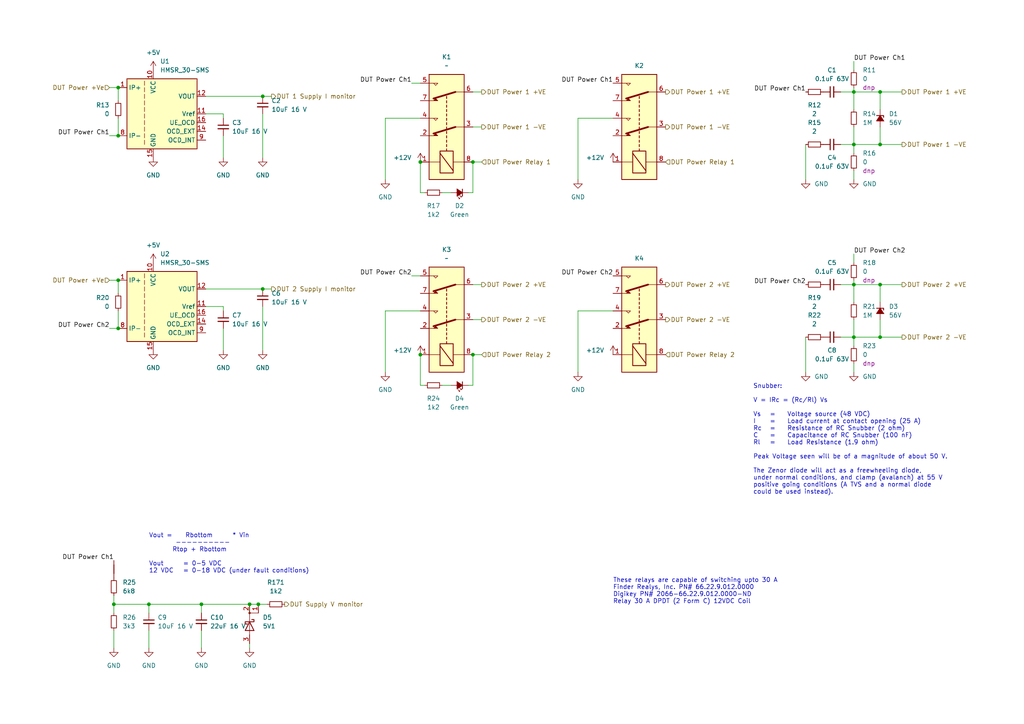
<source format=kicad_sch>
(kicad_sch (version 20211123) (generator eeschema)
  (paper "A4")
  (title_block (title "CIB PCB") (date "2022-05-27") (company "ChargePoint, Inc"))
  (lib_symbols
    (symbol "Device:C_Small" (pin_numbers hide) (pin_names (offset 0.254) hide)
      (property "Reference" "C" (at 0.254 1.778 0))
      (property "Value" "C_Small" (at 0.254 -2.032 0))
      (symbol "C_Small_0_1"
        (polyline (pts (xy -1.524 -0.508) (xy 1.524 -0.508)) (stroke (width 0.3302)))
        (polyline (pts (xy -1.524 0.508) (xy 1.524 0.508)) (stroke (width 0.3048)))
      )
      (symbol "C_Small_1_1"
        (pin passive line (at 0 2.54 270) (length 2.032) (name "~") (number "1"))
        (pin passive line (at 0 -2.54 90) (length 2.032) (name "~") (number "2"))
      )
    )
    (symbol "Device:D_Schottky_KKA" (pin_names (offset 0) hide)
      (property "Reference" "D" (at 0 2.54 0))
      (property "Value" "D_Schottky_KKA" (at 0 -2.54 0))
      (symbol "D_Schottky_KKA_0_1"
        (circle (center -3.81 0) (radius 0.254) (fill (type outline)))
        (polyline (pts (xy -5.08 2.54) (xy -3.81 2.54) (xy -3.81 0) (xy 2.54 0)))
        (polyline (pts (xy 1.27 1.27) (xy 1.27 -1.27) (xy -1.27 0) (xy 1.27 1.27)) (stroke (width 0.254)))
        (polyline (pts (xy -1.905 0.635) (xy -1.905 1.27) (xy -1.27 1.27) (xy -1.27 -1.27) (xy -0.635 -1.27) (xy -0.635 -0.635)) (stroke (width 0.254)))
      )
      (symbol "D_Schottky_KKA_1_1"
        (pin input line (at -6.35 2.54 0) (length 2.54) (name "K") (number "1"))
        (pin passive line (at -6.35 0 0) (length 2.54) (name "K") (number "2"))
        (pin passive line (at 5.08 0 180) (length 2.54) (name "A") (number "3"))
      )
    )
    (symbol "Device:D_Zener_Small_Filled" (pin_numbers hide) (pin_names (offset 0.254) hide)
      (property "Reference" "D" (at 0 2.286 0))
      (property "Value" "D_Zener_Small_Filled" (at 0 -2.286 0))
      (symbol "D_Zener_Small_Filled_0_1"
        (polyline (pts (xy 0.762 0) (xy -0.762 0)))
        (polyline (pts (xy -0.254 1.016) (xy -0.762 1.016) (xy -0.762 -1.016)) (stroke (width 0.254)))
        (polyline (pts (xy 0.762 1.016) (xy -0.762 0) (xy 0.762 -1.016) (xy 0.762 1.016)) (stroke (width 0.254)) (fill (type outline)))
      )
      (symbol "D_Zener_Small_Filled_1_1"
        (pin passive line (at -2.54 0 0) (length 1.778) (name "K") (number "1"))
        (pin passive line (at 2.54 0 180) (length 1.778) (name "A") (number "2"))
      )
    )
    (symbol "Device:LED_Small_Filled" (pin_numbers hide) (pin_names (offset 0.254) hide)
      (property "Reference" "D" (at -1.27 3.175 0))
      (property "Value" "LED_Small_Filled" (at -4.445 -2.54 0))
      (symbol "LED_Small_Filled_0_1"
        (polyline (pts (xy -0.762 -1.016) (xy -0.762 1.016)) (stroke (width 0.254)))
        (polyline (pts (xy 1.016 0) (xy -0.762 0)))
        (polyline (pts (xy 0.762 -1.016) (xy -0.762 0) (xy 0.762 1.016) (xy 0.762 -1.016)) (stroke (width 0.254)) (fill (type outline)))
        (polyline (pts (xy 0 0.762) (xy -0.508 1.27) (xy -0.254 1.27) (xy -0.508 1.27) (xy -0.508 1.016)))
        (polyline (pts (xy 0.508 1.27) (xy 0 1.778) (xy 0.254 1.778) (xy 0 1.778) (xy 0 1.524)))
      )
      (symbol "LED_Small_Filled_1_1"
        (pin passive line (at -2.54 0 0) (length 1.778) (name "K") (number "1"))
        (pin passive line (at 2.54 0 180) (length 1.778) (name "A") (number "2"))
      )
    )
    (symbol "Device:NetTie_2" (pin_numbers hide) (pin_names (offset 0) hide)
      (property "Reference" "NT" (at 0 1.27 0))
      (property "Value" "NetTie_2" (at 0 -1.27 0))
      (symbol "NetTie_2_0_1"
        (polyline (pts (xy -1.27 0) (xy 1.27 0)) (stroke (width 0.254)))
      )
      (symbol "NetTie_2_1_1"
        (pin passive line (at -2.54 0 0) (length 2.54) (name "1") (number "1"))
        (pin passive line (at 2.54 0 180) (length 2.54) (name "2") (number "2"))
      )
    )
    (symbol "Device:R_Small" (pin_numbers hide) (pin_names (offset 0.254) hide)
      (property "Reference" "R" (at 0.762 0.508 0))
      (property "Value" "R_Small" (at 0.762 -1.016 0))
      (symbol "R_Small_0_1"
        (rectangle (start -0.762 1.778) (end 0.762 -1.778) (stroke (width 0.2032)))
      )
      (symbol "R_Small_1_1"
        (pin passive line (at 0 2.54 270) (length 0.762) (name "~") (number "1"))
        (pin passive line (at 0 -2.54 90) (length 0.762) (name "~") (number "2"))
      )
    )
    (symbol "Relay:G2RL-2-DC24"
      (property "Reference" "RL" (at 16.51 3.81 0))
      (property "Value" "G2RL-2-DC24" (at 16.51 1.27 0))
      (symbol "G2RL-2-DC24_0_1"
        (rectangle (start -15.24 5.08) (end 15.24 -5.08) (stroke (width 0.254)) (fill (type background)))
        (rectangle (start -13.335 1.905) (end -6.985 -1.905) (stroke (width 0.254)))
        (polyline (pts (xy -12.7 -1.905) (xy -7.62 1.905)) (stroke (width 0.254)))
        (polyline (pts (xy -10.16 -5.08) (xy -10.16 -1.905)))
        (polyline (pts (xy -10.16 5.08) (xy -10.16 1.905)))
        (polyline (pts (xy -6.985 0) (xy -6.35 0)) (stroke (width 0.254)))
        (polyline (pts (xy -5.715 0) (xy -5.08 0)) (stroke (width 0.254)))
        (polyline (pts (xy -4.445 0) (xy -3.81 0)) (stroke (width 0.254)))
        (polyline (pts (xy -3.175 0) (xy -2.54 0)) (stroke (width 0.254)))
        (polyline (pts (xy -1.905 0) (xy -1.27 0)) (stroke (width 0.254)))
        (polyline (pts (xy -0.635 0) (xy 0 0)) (stroke (width 0.254)))
        (polyline (pts (xy 0 -2.54) (xy -1.905 3.81)) (stroke (width 0.508)))
        (polyline (pts (xy 0 -2.54) (xy 0 -5.08)))
        (polyline (pts (xy 0.635 0) (xy 1.27 0)) (stroke (width 0.254)))
        (polyline (pts (xy 1.905 0) (xy 2.54 0)) (stroke (width 0.254)))
        (polyline (pts (xy 3.175 0) (xy 3.81 0)) (stroke (width 0.254)))
        (polyline (pts (xy 4.445 0) (xy 5.08 0)) (stroke (width 0.254)))
        (polyline (pts (xy 5.715 0) (xy 6.35 0)) (stroke (width 0.254)))
        (polyline (pts (xy 6.985 0) (xy 7.62 0)) (stroke (width 0.254)))
        (polyline (pts (xy 8.255 0) (xy 8.89 0)) (stroke (width 0.254)))
        (polyline (pts (xy 10.16 -2.54) (xy 8.255 3.81)) (stroke (width 0.508)))
        (polyline (pts (xy 10.16 -2.54) (xy 10.16 -5.08)))
        (polyline (pts (xy -2.54 5.08) (xy -2.54 2.54) (xy -1.905 3.175) (xy -2.54 3.81)) (fill (type outline)))
        (polyline (pts (xy 2.54 5.08) (xy 2.54 2.54) (xy 1.905 3.175) (xy 2.54 3.81)))
        (polyline (pts (xy 7.62 5.08) (xy 7.62 2.54) (xy 8.255 3.175) (xy 7.62 3.81)) (fill (type outline)))
        (polyline (pts (xy 12.7 5.08) (xy 12.7 2.54) (xy 12.065 3.175) (xy 12.7 3.81)))
      )
      (symbol "G2RL-2-DC24_1_1"
        (pin passive line (at -10.16 7.62 270) (length 2.54) (name "~") (number "1"))
        (pin passive line (at -2.54 7.62 270) (length 2.54) (name "~") (number "2"))
        (pin passive line (at 0 -7.62 90) (length 2.54) (name "~") (number "3"))
        (pin passive line (at 2.54 7.62 270) (length 2.54) (name "~") (number "4"))
        (pin passive line (at 12.7 7.62 270) (length 2.54) (name "~") (number "5"))
        (pin passive line (at 10.16 -7.62 90) (length 2.54) (name "~") (number "6"))
        (pin passive line (at 7.62 7.62 270) (length 2.54) (name "~") (number "7"))
        (pin passive line (at -10.16 -7.62 90) (length 2.54) (name "~") (number "8"))
      )
    )
    (symbol "_Custom:HMSR_8-SMS"
      (property "Reference" "U" (at -31.75 -29.21 0))
      (property "Manufacturer" "LEM USA Inc" (at -33.02 -54.61 0))
      (symbol "HMSR_8-SMS_0_0"
        (pin input line (at -44.45 -34.29 0) (length 2.54) (name "IP+") (number "1"))
        (pin power_in line (at -19.05 -41.91 180) (length 2.54) (name "Vref") (number "11"))
        (pin input line (at -19.05 -46.99 180) (length 2.54) (name "OCD_EXT") (number "14"))
        (pin input line (at -19.05 -44.45 180) (length 2.54) (name "UE_OCD") (number "16"))
        (pin input line (at -44.45 -48.26 0) (length 2.54) (name "IP-") (number "8"))
        (pin input line (at -19.05 -49.53 180) (length 2.54) (name "OCD_INT") (number "9"))
      )
      (symbol "HMSR_8-SMS_0_1"
        (rectangle (start -41.91 -31.75) (end -21.59 -52.07) (stroke (width 0.254)) (fill (type background)))
        (polyline (pts (xy -36.83 -49.53) (xy -36.83 -50.8)))
        (polyline (pts (xy -36.83 -47.625) (xy -36.83 -48.895)))
        (polyline (pts (xy -36.83 -45.72) (xy -36.83 -46.99)))
        (polyline (pts (xy -36.83 -43.815) (xy -36.83 -45.085)))
        (polyline (pts (xy -36.83 -41.91) (xy -36.83 -43.18)))
        (polyline (pts (xy -36.83 -40.005) (xy -36.83 -41.275)))
        (polyline (pts (xy -36.83 -38.1) (xy -36.83 -39.37)))
        (polyline (pts (xy -36.83 -36.195) (xy -36.83 -37.465)))
        (polyline (pts (xy -36.83 -35.56) (xy -36.83 -34.29)))
        (polyline (pts (xy -36.83 -33.655) (xy -36.83 -32.385)))
      )
      (symbol "HMSR_8-SMS_1_1"
        (pin power_in line (at -34.29 -29.21 270) (length 2.54) (name "VCC") (number "10"))
        (pin output line (at -19.05 -36.83 180) (length 2.54) (name "VOUT") (number "12"))
        (pin power_in line (at -34.29 -54.61 90) (length 2.54) (name "GND") (number "15"))
      )
    )
    (symbol "power:+12V" (power) (pin_names (offset 0))
      (property "Value" "+12V" (at 0 3.556 0))
      (symbol "+12V_0_1"
        (polyline (pts (xy -0.762 1.27) (xy 0 2.54)))
        (polyline (pts (xy 0 0) (xy 0 2.54)))
        (polyline (pts (xy 0 2.54) (xy 0.762 1.27)))
      )
      (symbol "+12V_1_1"
        (pin power_in line (at 0 0 90) (length 0) hide (name "+12V") (number "1"))
      )
    )
    (symbol "power:+5V" (power) (pin_names (offset 0))
      (property "Value" "+5V" (at 0 3.556 0))
      (symbol "+5V_0_1"
        (polyline (pts (xy -0.762 1.27) (xy 0 2.54)))
        (polyline (pts (xy 0 0) (xy 0 2.54)))
        (polyline (pts (xy 0 2.54) (xy 0.762 1.27)))
      )
      (symbol "+5V_1_1"
        (pin power_in line (at 0 0 90) (length 0) hide (name "+5V") (number "1"))
      )
    )
    (symbol "power:GND" (power) (pin_names (offset 0))
      (property "Value" "GND" (at 0 -3.81 0))
      (symbol "GND_0_1"
        (polyline (pts (xy 0 0) (xy 0 -1.27) (xy 1.27 -1.27) (xy 0 -2.54) (xy -1.27 -1.27) (xy 0 -1.27)))
      )
      (symbol "GND_1_1"
        (pin power_in line (at 0 0 270) (length 0) hide (name "GND") (number "1"))
      )
    )
  )
  (junction (at 34.29 81.28))
  (junction (at 33.02 175.26))
  (junction (at 247.65 97.79))
  (junction (at 255.27 26.67))
  (junction (at 58.42 175.26))
  (junction (at 137.16 46.99))
  (junction (at 72.39 175.26))
  (junction (at 76.2 27.94))
  (junction (at 255.27 97.79))
  (junction (at 121.92 46.99))
  (junction (at 43.18 175.26))
  (junction (at 34.29 95.25))
  (junction (at 255.27 41.91))
  (junction (at 247.65 26.67))
  (junction (at 121.92 102.87))
  (junction (at 255.27 82.55))
  (junction (at 34.29 39.37))
  (junction (at 74.93 175.26))
  (junction (at 247.65 41.91))
  (junction (at 34.29 25.4))
  (junction (at 76.2 83.82))
  (junction (at 137.16 102.87))
  (junction (at 247.65 82.55))
  (wire (pts (xy 121.92 34.29) (xy 111.76 34.29)))
  (wire (pts (xy 31.75 95.25) (xy 34.29 95.25)))
  (wire (pts (xy 247.65 97.79) (xy 243.84 97.79)))
  (wire (pts (xy 137.16 36.83) (xy 139.7 36.83)))
  (wire (pts (xy 247.65 25.4) (xy 247.65 26.67)))
  (wire (pts (xy 64.77 88.9) (xy 59.69 88.9)))
  (wire (pts (xy 255.27 41.91) (xy 247.65 41.91)))
  (wire (pts (xy 72.39 175.26) (xy 72.39 177.8)))
  (wire (pts (xy 43.18 175.26) (xy 58.42 175.26)))
  (wire (pts (xy 123.19 111.76) (xy 121.92 111.76)))
  (wire (pts (xy 137.16 26.67) (xy 139.7 26.67)))
  (wire (pts (xy 123.19 55.88) (xy 121.92 55.88)))
  (wire (pts (xy 255.27 92.71) (xy 255.27 97.79)))
  (wire (pts (xy 76.2 83.82) (xy 78.74 83.82)))
  (wire (pts (xy 247.65 92.71) (xy 247.65 97.79)))
  (wire (pts (xy 137.16 82.55) (xy 139.7 82.55)))
  (wire (pts (xy 247.65 26.67) (xy 247.65 31.75)))
  (wire (pts (xy 137.16 92.71) (xy 139.7 92.71)))
  (wire (pts (xy 34.29 90.17) (xy 34.29 95.25)))
  (wire (pts (xy 64.77 90.17) (xy 64.77 88.9)))
  (wire (pts (xy 64.77 33.02) (xy 59.69 33.02)))
  (wire (pts (xy 76.2 33.02) (xy 76.2 45.72)))
  (wire (pts (xy 58.42 177.8) (xy 58.42 175.26)))
  (wire (pts (xy 119.38 80.01) (xy 121.92 80.01)))
  (wire (pts (xy 247.65 41.91) (xy 247.65 44.45)))
  (wire (pts (xy 167.64 34.29) (xy 167.64 52.07)))
  (wire (pts (xy 137.16 102.87) (xy 137.16 111.76)))
  (wire (pts (xy 247.65 73.66) (xy 247.65 76.2)))
  (wire (pts (xy 72.39 186.69) (xy 72.39 187.96)))
  (wire (pts (xy 111.76 34.29) (xy 111.76 52.07)))
  (wire (pts (xy 247.65 17.78) (xy 247.65 20.32)))
  (wire (pts (xy 111.76 90.17) (xy 111.76 107.95)))
  (wire (pts (xy 177.8 34.29) (xy 167.64 34.29)))
  (wire (pts (xy 261.62 97.79) (xy 255.27 97.79)))
  (wire (pts (xy 33.02 172.72) (xy 33.02 175.26)))
  (wire (pts (xy 261.62 82.55) (xy 255.27 82.55)))
  (wire (pts (xy 247.65 26.67) (xy 243.84 26.67)))
  (wire (pts (xy 255.27 36.83) (xy 255.27 41.91)))
  (wire (pts (xy 34.29 34.29) (xy 34.29 39.37)))
  (wire (pts (xy 261.62 41.91) (xy 255.27 41.91)))
  (wire (pts (xy 72.39 175.26) (xy 74.93 175.26)))
  (wire (pts (xy 76.2 27.94) (xy 78.74 27.94)))
  (wire (pts (xy 137.16 111.76) (xy 135.89 111.76)))
  (wire (pts (xy 255.27 82.55) (xy 255.27 87.63)))
  (wire (pts (xy 59.69 83.82) (xy 76.2 83.82)))
  (wire (pts (xy 255.27 97.79) (xy 247.65 97.79)))
  (wire (pts (xy 233.68 97.79) (xy 233.68 107.95)))
  (wire (pts (xy 247.65 36.83) (xy 247.65 41.91)))
  (wire (pts (xy 33.02 175.26) (xy 33.02 177.8)))
  (wire (pts (xy 74.93 175.26) (xy 77.47 175.26)))
  (wire (pts (xy 111.76 90.17) (xy 121.92 90.17)))
  (wire (pts (xy 255.27 82.55) (xy 247.65 82.55)))
  (wire (pts (xy 247.65 52.07) (xy 247.65 49.53)))
  (wire (pts (xy 247.65 97.79) (xy 247.65 100.33)))
  (wire (pts (xy 233.68 41.91) (xy 233.68 52.07)))
  (wire (pts (xy 137.16 46.99) (xy 137.16 55.88)))
  (wire (pts (xy 255.27 26.67) (xy 255.27 31.75)))
  (wire (pts (xy 167.64 90.17) (xy 177.8 90.17)))
  (wire (pts (xy 261.62 26.67) (xy 255.27 26.67)))
  (wire (pts (xy 128.27 111.76) (xy 130.81 111.76)))
  (wire (pts (xy 43.18 177.8) (xy 43.18 175.26)))
  (wire (pts (xy 33.02 175.26) (xy 43.18 175.26)))
  (wire (pts (xy 247.65 107.95) (xy 247.65 105.41)))
  (wire (pts (xy 137.16 55.88) (xy 135.89 55.88)))
  (wire (pts (xy 34.29 81.28) (xy 34.29 85.09)))
  (wire (pts (xy 58.42 175.26) (xy 72.39 175.26)))
  (wire (pts (xy 247.65 82.55) (xy 243.84 82.55)))
  (wire (pts (xy 255.27 26.67) (xy 247.65 26.67)))
  (wire (pts (xy 137.16 102.87) (xy 139.7 102.87)))
  (wire (pts (xy 31.75 81.28) (xy 34.29 81.28)))
  (wire (pts (xy 137.16 46.99) (xy 139.7 46.99)))
  (wire (pts (xy 43.18 182.88) (xy 43.18 187.96)))
  (wire (pts (xy 64.77 34.29) (xy 64.77 33.02)))
  (wire (pts (xy 34.29 25.4) (xy 34.29 29.21)))
  (wire (pts (xy 33.02 182.88) (xy 33.02 187.96)))
  (wire (pts (xy 31.75 25.4) (xy 34.29 25.4)))
  (wire (pts (xy 31.75 39.37) (xy 34.29 39.37)))
  (wire (pts (xy 58.42 182.88) (xy 58.42 187.96)))
  (wire (pts (xy 121.92 111.76) (xy 121.92 102.87)))
  (wire (pts (xy 119.38 24.13) (xy 121.92 24.13)))
  (wire (pts (xy 121.92 55.88) (xy 121.92 46.99)))
  (wire (pts (xy 59.69 27.94) (xy 76.2 27.94)))
  (wire (pts (xy 247.65 41.91) (xy 243.84 41.91)))
  (wire (pts (xy 167.64 90.17) (xy 167.64 107.95)))
  (wire (pts (xy 128.27 55.88) (xy 130.81 55.88)))
  (wire (pts (xy 64.77 95.25) (xy 64.77 101.6)))
  (wire (pts (xy 247.65 81.28) (xy 247.65 82.55)))
  (wire (pts (xy 76.2 88.9) (xy 76.2 101.6)))
  (wire (pts (xy 64.77 39.37) (xy 64.77 45.72)))
  (wire (pts (xy 247.65 82.55) (xy 247.65 87.63)))
  (text "Vout =    Rbottom      * Vin\n	   ----------\n       Rtop + Rbottom\n\nVout	= 0-5 VDC\n12 VDC	= 0-18 VDC (under fault conditions)" (at 43.18 166.37 0) (effects (font (size 1.27 1.27)) (justify left bottom)))
  (text "These relays are capable of switching upto 30 A\nFinder Realys, Inc. PN# 66.22.9.012.0000\nDigikey PN# 2066-66.22.9.012.0000-ND\nRelay 30 A DPDT (2 Form C) 12VDC Coil" (at 177.8 175.26 0) (effects (font (size 1.27 1.27)) (justify left bottom)))
  (text "Snubber:\n\nV = IRc = (Rc/Rl) Vs\n\nVs	=	Voltage source (48 VDC)\nI	=	Load current at contact opening (25 A)\nRc	=	Resistance of RC Snubber (2 ohm)\nC	=	Capacitance of RC Snubber (100 nF)\nRl	=	Load Resistance (1.9 ohm)\n\nPeak Voltage seen will be of a magnitude of about 50 V.\n\nThe Zenor diode will act as a freewheeling diode, \nunder normal conditions, and clamp (avalanch) at 55 V\npositive going conditions (A TVS and a normal diode\ncould be used instead)." (at 218.44 143.51 0) (effects (font (size 1.27 1.27)) (justify left bottom)))
  (label "DUT Power Ch1" (at 119.38 24.13 180))
  (label "DUT Power Ch2" (at 247.65 73.66 0))
  (label "DUT Power Ch2" (at 177.8 80.01 180))
  (label "DUT Power Ch1" (at 31.75 39.37 180))
  (label "DUT Power Ch2" (at 119.38 80.01 180))
  (label "DUT Power Ch1" (at 177.8 24.13 180))
  (label "DUT Power Ch2" (at 233.68 82.55 180))
  (label "DUT Power Ch1" (at 33.02 162.56 180))
  (label "DUT Power Ch2" (at 31.75 95.25 180))
  (label "DUT Power Ch1" (at 233.68 26.67 180))
  (label "DUT Power Ch1" (at 247.65 17.78 0))
  (hierarchical_label "DUT Power 2 -VE" (shape output) (at 193.04 92.71 0))
  (hierarchical_label "DUT Supply V monitor" (shape output) (at 82.55 175.26 0))
  (hierarchical_label "DUT Power Relay 2" (shape input) (at 139.7 102.87 0))
  (hierarchical_label "DUT Power 2 -VE" (shape output) (at 139.7 92.71 0))
  (hierarchical_label "DUT Power +Ve" (shape input) (at 31.75 81.28 180))
  (hierarchical_label "DUT Power 2 -VE" (shape output) (at 261.62 97.79 0))
  (hierarchical_label "DUT Power 1 -VE" (shape output) (at 193.04 36.83 0))
  (hierarchical_label "DUT Power Relay 1" (shape input) (at 139.7 46.99 0))
  (hierarchical_label "DUT Power 2 +VE" (shape output) (at 261.62 82.55 0))
  (hierarchical_label "DUT Power 2 +VE" (shape output) (at 139.7 82.55 0))
  (hierarchical_label "DUT Power +Ve" (shape input) (at 31.75 25.4 180))
  (hierarchical_label "DUT 2 Supply I monitor" (shape output) (at 78.74 83.82 0))
  (hierarchical_label "DUT Power 2 +VE" (shape output) (at 193.04 82.55 0))
  (hierarchical_label "DUT Power 1 -VE" (shape output) (at 139.7 36.83 0))
  (hierarchical_label "DUT Power 1 +VE" (shape output) (at 193.04 26.67 0))
  (hierarchical_label "DUT Power 1 -VE" (shape output) (at 261.62 41.91 0))
  (hierarchical_label "DUT Power Relay 1" (shape input) (at 193.04 46.99 0))
  (hierarchical_label "DUT Power 1 +VE" (shape output) (at 261.62 26.67 0))
  (hierarchical_label "DUT 1 Supply I monitor" (shape output) (at 78.74 27.94 0))
  (hierarchical_label "DUT Power Relay 2" (shape input) (at 193.04 102.87 0))
  (hierarchical_label "DUT Power 1 +VE" (shape output) (at 139.7 26.67 0))
  (symbol (lib_id "Device:R_Small") (at 247.65 102.87 0) (unit 1)
    (property "Reference" "R23" (at 250.19 100.3299 0) (effects (justify left)))
    (property "Value" "0" (at 250.19 102.8699 0) (effects (justify left)))
    (property "Footprint" "Resistor_SMD:R_2010_5025Metric_Pad1.40x2.65mm_HandSolder" (effects hide))
    (property "Datasheet" "https://www.yageo.com/upload/media/product/productsearch/datasheet/rchip/PYu-RC_Group_51_RoHS_L_11.pdf" (effects hide))
    (property "Description" "0 Ohms Jumper 0.5W, 1/2W Chip Resistor 1206 (3216 Metric) Moisture Resistant Thick Film" (effects hide))
    (property "Manufacturer" "Yago" (effects hide))
    (property "Manufacturer #" "RC1206JR-7W0RL" (effects hide))
    (property "DigiKey #" "13-RC1206JR-7W0RLCT-ND" (effects hide))
    (property "DigiKey Price/Stock" "https://www.digikey.co.uk/en/products/detail/yageo/RC1206JR-7W0RL/12698846" (effects hide))
    (property "dnp" "dnp" (at 250.19 105.4099 0) (effects (justify left)))
  )
  (symbol (lib_id "power:GND") (at 72.39 187.96 0) (unit 1)
    (property "Reference" "#PWR065" (effects hide))
    (property "Value" "GND" (at 72.39 193.04 0))
  )
  (symbol (lib_id "Device:R_Small") (at 247.65 34.29 180) (unit 1)
    (property "Reference" "R14" (at 250.19 33.0199 0) (effects (justify right)))
    (property "Value" "1M" (at 250.19 35.5599 0) (effects (justify right)))
    (property "Footprint" "Resistor_SMD:R_2010_5025Metric_Pad1.40x2.65mm_HandSolder" (effects hide))
    (property "Datasheet" "https://4donline.ihs.com/images/VipMasterIC/IC/TYEL/TYEL-S-A0005460475/TYEL-S-A0005460475-1.pdf?hkey=52A5661711E402568146F3353EA87419" (effects hide))
    (property "Manufacturer" "TE Connectivity" (effects hide))
    (property "Manufacturer #" "CRGP2010F1M0" (effects hide))
    (property "Farnell #" "2861314" (effects hide))
  )
  (symbol (lib_id "Device:C_Small") (at 64.77 36.83 0) (unit 1)
    (property "Reference" "C3" (at 67.31 35.5662 0) (effects (justify left)))
    (property "Value" "10uF 16 V" (at 67.31 38.1062 0) (effects (justify left)))
    (property "Footprint" "Capacitor_SMD:C_1206_3216Metric_Pad1.33x1.80mm_HandSolder" (effects hide))
    (property "Datasheet" "https://media.digikey.com/pdf/Data%20Sheets/Samsung%20PDFs/CL31B106KOHNNNE_Spec.pdf" (effects hide))
    (property "Manufacturer #" "CL31A106KOHNNNE" (effects hide))
    (property "DigiKey #" "1276-1137-1-ND" (effects hide))
    (property "Manufacturer" "Samsung Electro-Mechanics" (effects hide))
    (property "Description" "10 µF ±10% 16V Ceramic Capacitor X5R 1206 (3216 Metric)" (effects hide))
    (property "DigiKey Price/Stock" "https://www.digikey.co.uk/en/products/detail/samsung-electro-mechanics/CL31A106KOHNNNE/3886795?s=N4IgTCBcDaIIxgOwDYC0c4GZHtQOQBEQBdAXyA" (effects hide))
    (property "Height" "2" (effects hide))
  )
  (symbol (lib_id "Device:R_Small") (at 33.02 170.18 0) (unit 1)
    (property "Reference" "R25" (at 35.56 168.9099 0) (effects (justify left)))
    (property "Value" "6k8" (at 35.56 171.4499 0) (effects (justify left)))
    (property "Footprint" "Resistor_SMD:R_1206_3216Metric_Pad1.30x1.75mm_HandSolder" (effects hide))
    (property "Datasheet" "https://industrial.panasonic.com/ww/products/pt/general-purpose-chip-resistors/models/ERJ6GEYJ681V" (effects hide))
    (property "Manufacturer" "Panasonic Electronics Company" (effects hide))
    (property "Manufacturer #" "ERJ-6GEYJ822V" (effects hide))
    (property "DigiKey #" "P8.2KACT-ND" (effects hide))
    (property "Farnell #" "2797374" (effects hide))
  )
  (symbol (lib_id "Device:LED_Small_Filled") (at 133.35 55.88 180) (unit 1)
    (property "Reference" "D2" (at 133.2865 59.69 0))
    (property "Value" "Green" (at 133.2865 62.23 0))
    (property "Footprint" "Diode_SMD:D_1206_3216Metric_Pad1.42x1.75mm_HandSolder" (effects hide))
    (property "Datasheet" "https://www.we-online.com/katalog/datasheet/150080VS75000.pdf" (effects hide))
    (property "DigiKey #" "732-4993-1-ND" (effects hide))
    (property "Manufacturer #" "150120VS75000" (effects hide))
    (property "Manufacturer" "Würth Elektronik" (effects hide))
    (property "RS #" "8154237P" (effects hide))
    (property "Description" "Green 570nm LED Indication - Discrete 2V 1206 (3216 Metric)" (effects hide))
    (property "DigiKey Price/Stock" "https://www.digikey.co.uk/en/products/detail/w%C3%BCrth-elektronik/150120VS75000/4489945?s=N4IgTCBcDaIOwGYwFoAsBOdDkEZkDkAREAXQF8g" (effects hide))
    (property "Height" "2" (effects hide))
  )
  (symbol (lib_id "power:GND") (at 247.65 107.95 0) (unit 1)
    (property "Reference" "#PWR061" (effects hide))
    (property "Value" "GND" (at 250.19 109.2199 0) (effects (justify left)))
  )
  (symbol (lib_id "power:+12V") (at 177.8 102.87 0) (unit 1)
    (property "Reference" "#PWR057" (effects hide))
    (property "Value" "+12V" (at 175.26 101.5999 0) (effects (justify right)))
  )
  (symbol (lib_id "_Custom:HMSR_8-SMS") (at 78.74 46.99 0) (unit 1)
    (property "Reference" "U2" (at 46.4694 73.66 0) (effects (justify left)))
    (property "Value" "HMSR_30-SMS" (at 46.4694 76.2 0) (effects (justify left)))
    (property "Footprint" "Component Search Engine:HMSR6SMS" (effects hide))
    (property "Datasheet" "https://www.lem.com/sites/default/files/products_datasheets/hmsr-series.pdf" (effects hide))
    (property "Manufacturer" "LEM USA Inc" (effects hide))
  )
  (symbol (lib_id "Device:R_Small") (at 247.65 90.17 180) (unit 1)
    (property "Reference" "R21" (at 250.19 88.8999 0) (effects (justify right)))
    (property "Value" "1M" (at 250.19 91.4399 0) (effects (justify right)))
    (property "Footprint" "Resistor_SMD:R_2010_5025Metric_Pad1.40x2.65mm_HandSolder" (effects hide))
    (property "Datasheet" "https://4donline.ihs.com/images/VipMasterIC/IC/TYEL/TYEL-S-A0005460475/TYEL-S-A0005460475-1.pdf?hkey=52A5661711E402568146F3353EA87419" (effects hide))
    (property "Manufacturer" "TE Connectivity" (effects hide))
    (property "Manufacturer #" "CRGP2010F1M0" (effects hide))
    (property "Farnell #" "2861314" (effects hide))
  )
  (symbol (lib_id "power:GND") (at 111.76 107.95 0) (unit 1)
    (property "Reference" "#PWR058" (effects hide))
    (property "Value" "GND" (at 111.76 113.03 0))
  )
  (symbol (lib_id "Device:C_Small") (at 241.3 41.91 90) (unit 1)
    (property "Reference" "C4" (at 241.3063 45.72 90))
    (property "Value" "0.1uF 63V" (at 241.3063 48.26 90))
    (property "Footprint" "Capacitor_SMD:C_1206_3216Metric_Pad1.33x1.80mm_HandSolder" (effects hide))
    (property "Datasheet" "https://media.digikey.com/pdf/Data%20Sheets/Samsung%20PDFs/CL31B106KOHNNNE_Spec.pdf" (effects hide))
    (property "Manufacturer #" "C1206C104MMREC7210" (effects hide))
    (property "DigiKey #" "399-C1206C104MMREC7210CT-ND" (effects hide))
    (property "Manufacturer" "Kemet" (effects hide))
    (property "Description" "0.1 µF ±20% 63V Ceramic Capacitor X7R 1206 (3216 Metric)" (effects hide))
    (property "DigiKey Price/Stock" "https://www.digikey.co.uk/en/products/detail/kemet/C1206C104MMREC7210/8645769" (effects hide))
    (property "Height" "2" (effects hide))
  )
  (symbol (lib_id "_Custom:HMSR_8-SMS") (at 78.74 -8.89 0) (unit 1)
    (property "Reference" "U1" (at 46.4694 17.78 0) (effects (justify left)))
    (property "Value" "HMSR_30-SMS" (at 46.4694 20.32 0) (effects (justify left)))
    (property "Footprint" "Component Search Engine:HMSR6SMS" (effects hide))
    (property "Datasheet" "https://www.lem.com/sites/default/files/products_datasheets/hmsr-series.pdf" (effects hide))
    (property "Manufacturer" "LEM USA Inc" (effects hide))
  )
  (symbol (lib_id "Device:C_Small") (at 76.2 86.36 0) (unit 1)
    (property "Reference" "C6" (at 78.74 85.0962 0) (effects (justify left)))
    (property "Value" "10uF 16 V" (at 78.74 87.6362 0) (effects (justify left)))
    (property "Footprint" "Capacitor_SMD:C_1206_3216Metric_Pad1.33x1.80mm_HandSolder" (effects hide))
    (property "Datasheet" "https://media.digikey.com/pdf/Data%20Sheets/Samsung%20PDFs/CL31B106KOHNNNE_Spec.pdf" (effects hide))
    (property "Manufacturer #" "CL31A106KOHNNNE" (effects hide))
    (property "DigiKey #" "1276-1137-1-ND" (effects hide))
    (property "Manufacturer" "Samsung Electro-Mechanics" (effects hide))
    (property "Description" "10 µF ±10% 16V Ceramic Capacitor X5R 1206 (3216 Metric)" (effects hide))
    (property "DigiKey Price/Stock" "https://www.digikey.co.uk/en/products/detail/samsung-electro-mechanics/CL31A106KOHNNNE/3886795?s=N4IgTCBcDaIIxgOwDYC0c4GZHtQOQBEQBdAXyA" (effects hide))
    (property "Height" "2" (effects hide))
  )
  (symbol (lib_id "power:GND") (at 233.68 107.95 0) (unit 1)
    (property "Reference" "#PWR060" (effects hide))
    (property "Value" "GND" (at 236.22 109.2199 0) (effects (justify left)))
  )
  (symbol (lib_id "power:GND") (at 44.45 45.72 0) (unit 1)
    (property "Reference" "#PWR043" (effects hide))
    (property "Value" "GND" (at 44.45 50.8 0))
  )
  (symbol (lib_id "power:GND") (at 76.2 45.72 0) (unit 1)
    (property "Reference" "#PWR045" (effects hide))
    (property "Value" "GND" (at 76.2 50.8 0))
  )
  (symbol (lib_id "power:GND") (at 44.45 101.6 0) (unit 1)
    (property "Reference" "#PWR053" (effects hide))
    (property "Value" "GND" (at 44.45 106.68 0))
  )
  (symbol (lib_id "Device:R_Small") (at 125.73 111.76 90) (unit 1)
    (property "Reference" "R24" (at 125.73 115.57 90))
    (property "Value" "1k2" (at 125.73 118.11 90))
    (property "Footprint" "Resistor_SMD:R_1206_3216Metric_Pad1.30x1.75mm_HandSolder" (effects hide))
    (property "Datasheet" "https://industrial.panasonic.com/ww/products/pt/general-purpose-chip-resistors/models/ERJ6GEYJ681V" (effects hide))
    (property "Manufacturer" "Panasonic Electronics Company" (effects hide))
  )
  (symbol (lib_id "power:GND") (at 64.77 101.6 0) (unit 1)
    (property "Reference" "#PWR054" (effects hide))
    (property "Value" "GND" (at 64.77 106.68 0))
  )
  (symbol (lib_id "power:GND") (at 233.68 52.07 0) (unit 1)
    (property "Reference" "#PWR050" (effects hide))
    (property "Value" "GND" (at 236.22 53.3399 0) (effects (justify left)))
  )
  (symbol (lib_id "power:GND") (at 167.64 52.07 0) (unit 1)
    (property "Reference" "#PWR049" (effects hide))
    (property "Value" "GND" (at 167.64 57.15 0))
  )
  (symbol (lib_id "power:GND") (at 167.64 107.95 0) (unit 1)
    (property "Reference" "#PWR059" (effects hide))
    (property "Value" "GND" (at 167.64 113.03 0))
  )
  (symbol (lib_id "Device:C_Small") (at 241.3 82.55 90) (unit 1)
    (property "Reference" "C5" (at 241.3063 76.2 90))
    (property "Value" "0.1uF 63V" (at 241.3063 78.74 90))
    (property "Footprint" "Capacitor_SMD:C_1206_3216Metric_Pad1.33x1.80mm_HandSolder" (effects hide))
    (property "Datasheet" "https://media.digikey.com/pdf/Data%20Sheets/Samsung%20PDFs/CL31B106KOHNNNE_Spec.pdf" (effects hide))
    (property "Manufacturer #" "C1206C104MMREC7210" (effects hide))
    (property "DigiKey #" "399-C1206C104MMREC7210CT-ND" (effects hide))
    (property "Manufacturer" "Kemet" (effects hide))
    (property "Description" "0.1 µF ±20% 63V Ceramic Capacitor X7R 1206 (3216 Metric)" (effects hide))
    (property "DigiKey Price/Stock" "https://www.digikey.co.uk/en/products/detail/kemet/C1206C104MMREC7210/8645769" (effects hide))
    (property "Height" "2" (effects hide))
  )
  (symbol (lib_id "Device:D_Zener_Small_Filled") (at 255.27 90.17 270) (unit 1)
    (property "Reference" "D3" (at 257.81 88.8999 90) (effects (justify left)))
    (property "Value" "56V" (at 257.81 91.4399 90) (effects (justify left)))
    (property "Footprint" "Diode_SMD:D_SMB_Handsoldering" (effects hide))
    (property "Datasheet" "https://www.comchiptech.com/admin/files/product/CZRB5338B-HF%20Thru111480.%20CZRB5388B-HF%20RevA.pdf" (effects hide))
    (property "Description" "Zener Diode 56 V 5 W ±5% Surface Mount DO-214AA (SMB)" (effects hide))
    (property "Manufacturer" "Comchip Technology" (effects hide))
    (property "Manufacturer #" "CZRB5370B-HF" (effects hide))
    (property "DigiKey #" "641-1818-1-ND" (effects hide))
    (property "DigiKey Price/Stock" "https://www.digikey.co.uk/en/products/detail/comchip-technology/CZRB5370B-HF/6138929?s=N4IgjCBcpgbFoDGUBmBDANgZwKYBoQB7KAbRAGYAWABjGoCYQBdAgBwBcoQBldgJwCWAOwDmIAL4EAnPWoIQySOmz4ipEAFZYAAgBqzNp0ggAqkIHsA8igCyONFgCufHBIJgpADinzFy3ATEkGRyTJIgALSM0ApQ-I6qQWQazOLh0WQAXjhChHypQA" (effects hide))
    (property "Height" "3" (effects hide))
  )
  (symbol (lib_id "Device:R_Small") (at 80.01 175.26 90) (unit 1)
    (property "Reference" "R171" (at 80.01 168.91 90))
    (property "Value" "1k2" (at 80.01 171.45 90))
    (property "Footprint" "Resistor_SMD:R_1206_3216Metric_Pad1.30x1.75mm_HandSolder" (effects hide))
    (property "Datasheet" "https://industrial.panasonic.com/ww/products/pt/general-purpose-chip-resistors/models/ERJ6GEYJ681V" (effects hide))
    (property "Manufacturer" "Panasonic Electronics Company" (effects hide))
    (property "Manufacturer #" "ERJ-6GEYJ202V" (effects hide))
    (property "DigiKey #" "P2.0KACT-ND" (effects hide))
    (property "Farnell #" "2057707" (effects hide))
  )
  (symbol (lib_id "Device:D_Schottky_KKA") (at 72.39 181.61 270) (unit 1)
    (property "Reference" "D5" (at 76.2 179.0699 90) (effects (justify left)))
    (property "Value" "5V1" (at 76.2 181.6099 90) (effects (justify left)))
    (property "Footprint" "Package_TO_SOT_SMD:SOT-23_Handsoldering" (effects hide))
    (property "Datasheet" "https://www.onsemi.com/pdf/datasheet/bzx84c2v4lt1-d.pdf" (effects hide))
    (property "Description" "Zener Diode 5.1 V 225 mW ±6% Surface Mount SOT-23-3 (TO-236)" (effects hide))
    (property "Manufacturer" "Onsemi" (effects hide))
    (property "Manufacturer #" "BZX84C5V1LT3G" (effects hide))
    (property "DigiKey #" "BZX84C5V1LT3GOSCT-ND" (effects hide))
    (property "DigiKey Price/Stock" "https://www.digikey.co.uk/en/products/detail/onsemi/BZX84C5V1LT3G/1476354?s=N4IgTCBcDaIEIC0AaAOALAYQKwDUCMAMgCoDMA4gPIDKGRAtAHIAiIAugL5A" (effects hide))
    (property "Height" "2" (effects hide))
  )
  (symbol (lib_id "Device:R_Small") (at 247.65 78.74 0) (unit 1)
    (property "Reference" "R18" (at 250.19 76.1999 0) (effects (justify left)))
    (property "Value" "0" (at 250.19 78.7399 0) (effects (justify left)))
    (property "Footprint" "Resistor_SMD:R_2010_5025Metric_Pad1.40x2.65mm_HandSolder" (effects hide))
    (property "Datasheet" "https://www.yageo.com/upload/media/product/productsearch/datasheet/rchip/PYu-RC_Group_51_RoHS_L_11.pdf" (effects hide))
    (property "Description" "0 Ohms Jumper 0.5W, 1/2W Chip Resistor 1206 (3216 Metric) Moisture Resistant Thick Film" (effects hide))
    (property "Manufacturer" "Yago" (effects hide))
    (property "Manufacturer #" "RC1206JR-7W0RL" (effects hide))
    (property "dnp" "dnp" (at 250.19 81.2799 0) (effects (justify left)))
    (property "DigiKey #" "13-RC1206JR-7W0RLCT-ND" (effects hide))
    (property "DigiKey Price/Stock" "https://www.digikey.co.uk/en/products/detail/yageo/RC1206JR-7W0RL/12698846" (effects hide))
  )
  (symbol (lib_id "Relay:G2RL-2-DC24") (at 185.42 92.71 90) (unit 1)
    (property "Reference" "K4" (at 185.42 74.93 90))
    (property "Value" "PC357" (effects hide))
    (property "Footprint" "_Connectors:PC375" (effects hide))
    (property "Datasheet" "https://pickercomponents.com/pdf/Relays/PC375.pdf" (effects hide))
    (property "DigiKey #" "2634-PC375-2C-12S4-X-ND" (effects hide))
    (property "Manufacturer #" "PC375-2C-12S4-X" (effects hide))
    (property "Manufacturer" "Picker Components" (effects hide))
    (property "Description" "General Purpose Relay DPDT (2 Form C) 12VDC Coil Through Hole" (effects hide))
    (property "DigiKey Price/Stock" "https://www.digikey.co.uk/en/products/detail/picker-components/PC375-2C-12S4-X/12352856?s=N4IgTCBcDa4GwGYAsBaACgYQQdgKwrAxQEYwBlVADRQDkAREAXQF8g" (effects hide))
  )
  (symbol (lib_id "Device:R_Small") (at 247.65 22.86 0) (unit 1)
    (property "Reference" "R11" (at 250.19 20.3199 0) (effects (justify left)))
    (property "Value" "0" (at 250.19 22.8599 0) (effects (justify left)))
    (property "Footprint" "Resistor_SMD:R_2010_5025Metric_Pad1.40x2.65mm_HandSolder" (effects hide))
    (property "Datasheet" "https://www.yageo.com/upload/media/product/productsearch/datasheet/rchip/PYu-RC_Group_51_RoHS_L_11.pdf" (effects hide))
    (property "Description" "0 Ohms Jumper 0.5W, 1/2W Chip Resistor 1206 (3216 Metric) Moisture Resistant Thick Film" (effects hide))
    (property "Manufacturer" "Yago" (effects hide))
    (property "Manufacturer #" "RC1206JR-7W0RL" (effects hide))
    (property "DigiKey #" "13-RC1206JR-7W0RLCT-ND" (effects hide))
    (property "DigiKey Price/Stock" "https://www.digikey.co.uk/en/products/detail/yageo/RC1206JR-7W0RL/12698846" (effects hide))
    (property "dnp" "dnp" (at 250.19 25.3999 0) (effects (justify left)))
  )
  (symbol (lib_id "power:GND") (at 33.02 187.96 0) (unit 1)
    (property "Reference" "#PWR062" (effects hide))
    (property "Value" "GND" (at 33.02 193.04 0))
  )
  (symbol (lib_id "Device:R_Small") (at 247.65 46.99 0) (unit 1)
    (property "Reference" "R16" (at 250.19 44.4499 0) (effects (justify left)))
    (property "Value" "0" (at 250.19 46.9899 0) (effects (justify left)))
    (property "Footprint" "Resistor_SMD:R_2010_5025Metric_Pad1.40x2.65mm_HandSolder" (effects hide))
    (property "Datasheet" "https://www.yageo.com/upload/media/product/productsearch/datasheet/rchip/PYu-RC_Group_51_RoHS_L_11.pdf" (effects hide))
    (property "Description" "0 Ohms Jumper 0.5W, 1/2W Chip Resistor 1206 (3216 Metric) Moisture Resistant Thick Film" (effects hide))
    (property "Manufacturer" "Yago" (effects hide))
    (property "Manufacturer #" "RC1206JR-7W0RL" (effects hide))
    (property "DigiKey #" "13-RC1206JR-7W0RLCT-ND" (effects hide))
    (property "DigiKey Price/Stock" "https://www.digikey.co.uk/en/products/detail/yageo/RC1206JR-7W0RL/12698846" (effects hide))
    (property "dnp" "dnp" (at 250.19 49.5299 0) (effects (justify left)))
  )
  (symbol (lib_id "power:GND") (at 43.18 187.96 0) (unit 1)
    (property "Reference" "#PWR063" (effects hide))
    (property "Value" "GND" (at 43.18 193.04 0))
  )
  (symbol (lib_id "power:GND") (at 111.76 52.07 0) (unit 1)
    (property "Reference" "#PWR048" (effects hide))
    (property "Value" "GND" (at 111.76 57.15 0))
  )
  (symbol (lib_id "Device:R_Small") (at 236.22 26.67 270) (unit 1)
    (property "Reference" "R12" (at 236.22 30.48 90))
    (property "Value" "2" (at 236.22 33.02 90))
    (property "Footprint" "Resistor_SMD:R_2010_5025Metric_Pad1.40x2.65mm_HandSolder" (effects hide))
    (property "Datasheet" "https://4donline.ihs.com/images/VipMasterIC/IC/TYEL/TYEL-S-A0005460475/TYEL-S-A0005460475-1.pdf?hkey=52A5661711E402568146F3353EA87419" (effects hide))
    (property "Manufacturer" "TE Connectivity" (effects hide))
    (property "Manufacturer #" "CRGP2010F1M0" (effects hide))
    (property "Farnell #" "2861314" (effects hide))
  )
  (symbol (lib_id "power:+12V") (at 121.92 102.87 0) (unit 1)
    (property "Reference" "#PWR056" (effects hide))
    (property "Value" "+12V" (at 119.38 101.5999 0) (effects (justify right)))
  )
  (symbol (lib_id "power:GND") (at 247.65 52.07 0) (unit 1)
    (property "Reference" "#PWR051" (effects hide))
    (property "Value" "GND" (at 250.19 53.3399 0) (effects (justify left)))
  )
  (symbol (lib_id "Relay:G2RL-2-DC24") (at 185.42 36.83 90) (unit 1)
    (property "Reference" "K2" (at 185.42 19.05 90))
    (property "Value" "PC357" (effects hide))
    (property "Footprint" "_Connectors:PC375" (effects hide))
    (property "Datasheet" "https://pickercomponents.com/pdf/Relays/PC375.pdf" (effects hide))
    (property "DigiKey #" "2634-PC375-2C-12S4-X-ND" (effects hide))
    (property "Manufacturer #" "PC375-2C-12S4-X" (effects hide))
    (property "Manufacturer" "Picker Components" (effects hide))
    (property "Description" "General Purpose Relay DPDT (2 Form C) 12VDC Coil Through Hole" (effects hide))
    (property "DigiKey Price/Stock" "https://www.digikey.co.uk/en/products/detail/picker-components/PC375-2C-12S4-X/12352856?s=N4IgTCBcDa4GwGYAsBaACgYQQdgKwrAxQEYwBlVADRQDkAREAXQF8g" (effects hide))
  )
  (symbol (lib_id "power:GND") (at 64.77 45.72 0) (unit 1)
    (property "Reference" "#PWR044" (effects hide))
    (property "Value" "GND" (at 64.77 50.8 0))
  )
  (symbol (lib_id "Device:R_Small") (at 236.22 41.91 270) (unit 1)
    (property "Reference" "R15" (at 236.22 35.56 90))
    (property "Value" "2" (at 236.22 38.1 90))
    (property "Footprint" "Resistor_SMD:R_2010_5025Metric_Pad1.40x2.65mm_HandSolder" (effects hide))
    (property "Datasheet" "https://4donline.ihs.com/images/VipMasterIC/IC/TYEL/TYEL-S-A0005460475/TYEL-S-A0005460475-1.pdf?hkey=52A5661711E402568146F3353EA87419" (effects hide))
    (property "Manufacturer" "TE Connectivity" (effects hide))
    (property "Manufacturer #" "CRGP2010F1M0" (effects hide))
    (property "Farnell #" "2861314" (effects hide))
  )
  (symbol (lib_id "power:+5V") (at 44.45 20.32 0) (unit 1)
    (property "Reference" "#PWR042" (effects hide))
    (property "Value" "+5V" (at 44.45 15.24 0))
  )
  (symbol (lib_id "Device:R_Small") (at 236.22 97.79 270) (unit 1)
    (property "Reference" "R22" (at 236.22 91.44 90))
    (property "Value" "2" (at 236.22 93.98 90))
    (property "Footprint" "Resistor_SMD:R_2010_5025Metric_Pad1.40x2.65mm_HandSolder" (effects hide))
    (property "Datasheet" "https://4donline.ihs.com/images/VipMasterIC/IC/TYEL/TYEL-S-A0005460475/TYEL-S-A0005460475-1.pdf?hkey=52A5661711E402568146F3353EA87419" (effects hide))
    (property "Farnell #" "2861314" (effects hide))
    (property "Manufacturer" "TE Connectivity" (effects hide))
    (property "Manufacturer #" "CRGP2010F1M0" (effects hide))
  )
  (symbol (lib_id "Device:R_Small") (at 33.02 180.34 0) (unit 1)
    (property "Reference" "R26" (at 35.56 179.0699 0) (effects (justify left)))
    (property "Value" "3k3" (at 35.56 181.6099 0) (effects (justify left)))
    (property "Footprint" "Resistor_SMD:R_1206_3216Metric_Pad1.30x1.75mm_HandSolder" (effects hide))
    (property "Datasheet" "https://industrial.panasonic.com/ww/products/pt/general-purpose-chip-resistors/models/ERJ6GEYJ681V" (effects hide))
    (property "Manufacturer" "Panasonic Electronics Company" (effects hide))
    (property "Manufacturer #" "ERJ-6GEYJ202V" (effects hide))
    (property "DigiKey #" "P2.0KACT-ND" (effects hide))
    (property "Farnell #" "2057707" (effects hide))
  )
  (symbol (lib_id "Device:C_Small") (at 76.2 30.48 0) (unit 1)
    (property "Reference" "C2" (at 78.74 29.2162 0) (effects (justify left)))
    (property "Value" "10uF 16 V" (at 78.74 31.7562 0) (effects (justify left)))
    (property "Footprint" "Capacitor_SMD:C_1206_3216Metric_Pad1.33x1.80mm_HandSolder" (effects hide))
    (property "Datasheet" "https://media.digikey.com/pdf/Data%20Sheets/Samsung%20PDFs/CL31B106KOHNNNE_Spec.pdf" (effects hide))
    (property "Manufacturer #" "CL31A106KOHNNNE" (effects hide))
    (property "DigiKey #" "1276-1137-1-ND" (effects hide))
    (property "Manufacturer" "Samsung Electro-Mechanics" (effects hide))
    (property "Description" "10 µF ±10% 16V Ceramic Capacitor X5R 1206 (3216 Metric)" (effects hide))
    (property "DigiKey Price/Stock" "https://www.digikey.co.uk/en/products/detail/samsung-electro-mechanics/CL31A106KOHNNNE/3886795?s=N4IgTCBcDaIIxgOwDYC0c4GZHtQOQBEQBdAXyA" (effects hide))
    (property "Height" "2" (effects hide))
  )
  (symbol (lib_id "power:+5V") (at 44.45 76.2 0) (unit 1)
    (property "Reference" "#PWR052" (effects hide))
    (property "Value" "+5V" (at 44.45 71.12 0))
  )
  (symbol (lib_id "power:+12V") (at 121.92 46.99 0) (unit 1)
    (property "Reference" "#PWR046" (effects hide))
    (property "Value" "+12V" (at 119.38 45.7199 0) (effects (justify right)))
  )
  (symbol (lib_id "Device:R_Small") (at 125.73 55.88 90) (unit 1)
    (property "Reference" "R17" (at 125.73 59.69 90))
    (property "Value" "1k2" (at 125.73 62.23 90))
    (property "Footprint" "Resistor_SMD:R_1206_3216Metric_Pad1.30x1.75mm_HandSolder" (effects hide))
    (property "Datasheet" "https://industrial.panasonic.com/ww/products/pt/general-purpose-chip-resistors/models/ERJ6GEYJ681V" (effects hide))
    (property "Manufacturer" "Panasonic Electronics Company" (effects hide))
  )
  (symbol (lib_id "Device:LED_Small_Filled") (at 133.35 111.76 180) (unit 1)
    (property "Reference" "D4" (at 133.2865 115.57 0))
    (property "Value" "Green" (at 133.2865 118.11 0))
    (property "Footprint" "Diode_SMD:D_1206_3216Metric_Pad1.42x1.75mm_HandSolder" (effects hide))
    (property "Datasheet" "https://www.we-online.com/katalog/datasheet/150080VS75000.pdf" (effects hide))
    (property "DigiKey #" "732-4993-1-ND" (effects hide))
    (property "Manufacturer #" "150120VS75000" (effects hide))
    (property "Manufacturer" "Würth Elektronik" (effects hide))
    (property "RS #" "8154237P" (effects hide))
    (property "Description" "Green 570nm LED Indication - Discrete 2V 1206 (3216 Metric)" (effects hide))
    (property "DigiKey Price/Stock" "https://www.digikey.co.uk/en/products/detail/w%C3%BCrth-elektronik/150120VS75000/4489945?s=N4IgTCBcDaIOwGYwFoAsBOdDkEZkDkAREAXQF8g" (effects hide))
    (property "Height" "2" (effects hide))
  )
  (symbol (lib_id "power:GND") (at 76.2 101.6 0) (unit 1)
    (property "Reference" "#PWR055" (effects hide))
    (property "Value" "GND" (at 76.2 106.68 0))
  )
  (symbol (lib_id "Device:C_Small") (at 64.77 92.71 0) (unit 1)
    (property "Reference" "C7" (at 67.31 91.4462 0) (effects (justify left)))
    (property "Value" "10uF 16 V" (at 67.31 93.9862 0) (effects (justify left)))
    (property "Footprint" "Capacitor_SMD:C_1206_3216Metric_Pad1.33x1.80mm_HandSolder" (effects hide))
    (property "Datasheet" "https://media.digikey.com/pdf/Data%20Sheets/Samsung%20PDFs/CL31B106KOHNNNE_Spec.pdf" (effects hide))
    (property "Manufacturer #" "CL31A106KOHNNNE" (effects hide))
    (property "DigiKey #" "1276-1137-1-ND" (effects hide))
    (property "Manufacturer" "Samsung Electro-Mechanics" (effects hide))
    (property "Description" "10 µF ±10% 16V Ceramic Capacitor X5R 1206 (3216 Metric)" (effects hide))
    (property "DigiKey Price/Stock" "https://www.digikey.co.uk/en/products/detail/samsung-electro-mechanics/CL31A106KOHNNNE/3886795?s=N4IgTCBcDaIIxgOwDYC0c4GZHtQOQBEQBdAXyA" (effects hide))
    (property "Height" "2" (effects hide))
  )
  (symbol (lib_id "Device:R_Small") (at 34.29 87.63 180) (unit 1)
    (property "Reference" "R20" (at 31.75 86.3599 0) (effects (justify left)))
    (property "Value" "0" (at 31.75 88.8999 0) (effects (justify left)))
    (property "Footprint" "Resistor_SMD:R_2010_5025Metric_Pad1.40x2.65mm_HandSolder" (effects hide))
    (property "Datasheet" "https://www.yageo.com/upload/media/product/productsearch/datasheet/rchip/PYu-RC_Group_51_RoHS_L_11.pdf" (effects hide))
    (property "Manufacturer" "Yago" (effects hide))
    (property "Manufacturer #" "RC1206JR-7W0RL" (effects hide))
    (property "dnp" "dnp" (effects hide))
    (property "Description" "0 Ohms Jumper 0.5W, 1/2W Chip Resistor 1206 (3216 Metric) Moisture Resistant Thick Film" (effects hide))
    (property "DigiKey #" "13-RC1206JR-7W0RLCT-ND" (effects hide))
    (property "DigiKey Price/Stock" "https://www.digikey.co.uk/en/products/detail/yageo/RC1206JR-7W0RL/12698846" (effects hide))
  )
  (symbol (lib_id "Device:C_Small") (at 241.3 97.79 90) (unit 1)
    (property "Reference" "C8" (at 241.3063 101.6 90))
    (property "Value" "0.1uF 63V" (at 241.3063 104.14 90))
    (property "Footprint" "Capacitor_SMD:C_1206_3216Metric_Pad1.33x1.80mm_HandSolder" (effects hide))
    (property "Datasheet" "https://media.digikey.com/pdf/Data%20Sheets/Samsung%20PDFs/CL31B106KOHNNNE_Spec.pdf" (effects hide))
    (property "Description" "0.1 µF ±20% 63V Ceramic Capacitor X7R 1206 (3216 Metric)" (effects hide))
    (property "Manufacturer" "Kemet" (effects hide))
    (property "Manufacturer #" "C1206C104MMREC7210" (effects hide))
    (property "DigiKey #" "399-C1206C104MMREC7210CT-ND" (effects hide))
    (property "DigiKey Price/Stock" "https://www.digikey.co.uk/en/products/detail/kemet/C1206C104MMREC7210/8645769" (effects hide))
    (property "Height" "2" (effects hide))
  )
  (symbol (lib_id "Relay:G2RL-2-DC24") (at 129.54 92.71 90) (unit 1)
    (property "Reference" "K3" (at 129.54 72.39 90))
    (property "Value" "~" (at 129.54 74.93 90))
    (property "Footprint" "_Connectors:2066-66.22.9.012.0000" (effects hide))
    (property "Datasheet" "https://www.snapeda.com/parts/66.22.9.012.0000/Finder/datasheet/" (effects hide))
    (property "DigiKey #" "2066-66.22.9.012.0000-ND" (effects hide))
    (property "Description" "RELAY GEN PURPOSE DPDT 30A 12V" (effects hide))
    (property "DigiKey Price/Stock" "https://www.digikey.co.uk/en/products/detail/finder-relays-inc/66-22-9-012-0000/15288425?s=N4IgTCBcDa4AwDYEFokDoxjQTjXAjFnMXMgHIAiIAugL5A" (effects hide))
    (property "Manufacturer" "Finder Relays, Inc" (effects hide))
  )
  (symbol (lib_id "Device:C_Small") (at 43.18 180.34 0) (unit 1)
    (property "Reference" "C9" (at 45.72 179.0762 0) (effects (justify left)))
    (property "Value" "10uF 16 V" (at 45.72 181.6162 0) (effects (justify left)))
    (property "Footprint" "Capacitor_SMD:C_1206_3216Metric_Pad1.33x1.80mm_HandSolder" (effects hide))
    (property "Datasheet" "https://media.digikey.com/pdf/Data%20Sheets/Samsung%20PDFs/CL31B106KOHNNNE_Spec.pdf" (effects hide))
    (property "Description" "10 µF ±10% 16V Ceramic Capacitor X5R 1206 (3216 Metric)" (effects hide))
    (property "Manufacturer" "Samsung Electro-Mechanics" (effects hide))
    (property "Manufacturer #" "CL31A106KOHNNNE" (effects hide))
    (property "DigiKey #" "1276-1137-1-ND" (effects hide))
    (property "DigiKey Price/Stock" "https://www.digikey.co.uk/en/products/detail/samsung-electro-mechanics/CL31A106KOHNNNE/3886795?s=N4IgTCBcDaIIxgOwDYC0c4GZHtQOQBEQBdAXyA" (effects hide))
    (property "Height" "2" (effects hide))
  )
  (symbol (lib_id "Device:NetTie_2") (at 33.02 165.1 90) (unit 1)
    (property "Reference" "NT9" (effects hide))
    (property "Value" "NetTie_2" (effects hide))
    (property "Footprint" "NetTie:NetTie-2_SMD_Pad0.5mm" (effects hide))
    (property "dnp" "dnp" (effects hide))
  )
  (symbol (lib_id "Device:C_Small") (at 241.3 26.67 90) (unit 1)
    (property "Reference" "C1" (at 241.3063 20.32 90))
    (property "Value" "0.1uF 63V" (at 241.3063 22.86 90))
    (property "Footprint" "Capacitor_SMD:C_1206_3216Metric_Pad1.33x1.80mm_HandSolder" (effects hide))
    (property "Datasheet" "https://media.digikey.com/pdf/Data%20Sheets/Samsung%20PDFs/CL31B106KOHNNNE_Spec.pdf" (effects hide))
    (property "Description" "0.1 µF ±20% 63V Ceramic Capacitor X7R 1206 (3216 Metric)" (effects hide))
    (property "Manufacturer" "Kemet" (effects hide))
    (property "Manufacturer #" "C1206C104MMREC7210" (effects hide))
    (property "DigiKey #" "399-C1206C104MMREC7210CT-ND" (effects hide))
    (property "DigiKey Price/Stock" "https://www.digikey.co.uk/en/products/detail/kemet/C1206C104MMREC7210/8645769" (effects hide))
    (property "Height" "2" (effects hide))
  )
  (symbol (lib_id "Relay:G2RL-2-DC24") (at 129.54 36.83 90) (unit 1)
    (property "Reference" "K1" (at 129.54 16.51 90))
    (property "Value" "~" (at 129.54 19.05 90))
    (property "Footprint" "_Connectors:2066-66.22.9.012.0000" (effects hide))
    (property "Datasheet" "https://www.snapeda.com/parts/66.22.9.012.0000/Finder/datasheet/" (effects hide))
    (property "DigiKey #" "2066-66.22.9.012.0000-ND" (effects hide))
    (property "Description" "RELAY GEN PURPOSE DPDT 30A 12V" (effects hide))
    (property "DigiKey Price/Stock" "https://www.digikey.co.uk/en/products/detail/finder-relays-inc/66-22-9-012-0000/15288425?s=N4IgTCBcDa4AwDYEFokDoxjQTjXAjFnMXMgHIAiIAugL5A" (effects hide))
    (property "Manufacturer" "Finder Relays, Inc" (effects hide))
  )
  (symbol (lib_id "power:GND") (at 58.42 187.96 0) (unit 1)
    (property "Reference" "#PWR064" (effects hide))
    (property "Value" "GND" (at 58.42 193.04 0))
  )
  (symbol (lib_id "Device:D_Zener_Small_Filled") (at 255.27 34.29 270) (unit 1)
    (property "Reference" "D1" (at 257.81 33.0199 90) (effects (justify left)))
    (property "Value" "56V" (at 257.81 35.5599 90) (effects (justify left)))
    (property "Footprint" "Diode_SMD:D_SMB_Handsoldering" (effects hide))
    (property "Datasheet" "https://www.comchiptech.com/admin/files/product/CZRB5338B-HF%20Thru111480.%20CZRB5388B-HF%20RevA.pdf" (effects hide))
    (property "Description" "Zener Diode 56 V 5 W ±5% Surface Mount DO-214AA (SMB)" (effects hide))
    (property "Manufacturer" "Comchip Technology" (effects hide))
    (property "Manufacturer #" "CZRB5370B-HF" (effects hide))
    (property "DigiKey #" "641-1818-1-ND" (effects hide))
    (property "DigiKey Price/Stock" "https://www.digikey.co.uk/en/products/detail/comchip-technology/CZRB5370B-HF/6138929?s=N4IgjCBcpgbFoDGUBmBDANgZwKYBoQB7KAbRAGYAWABjGoCYQBdAgBwBcoQBldgJwCWAOwDmIAL4EAnPWoIQySOmz4ipEAFZYAAgBqzNp0ggAqkIHsA8igCyONFgCufHBIJgpADinzFy3ATEkGRyTJIgALSM0ApQ-I6qQWQazOLh0WQAXjhChHypQA" (effects hide))
    (property "Height" "3" (effects hide))
  )
  (symbol (lib_id "Device:C_Small") (at 58.42 180.34 0) (unit 1)
    (property "Reference" "C10" (at 60.96 179.0762 0) (effects (justify left)))
    (property "Value" "22uF 16 V" (at 60.96 181.6162 0) (effects (justify left)))
    (property "Footprint" "Capacitor_SMD:C_1206_3216Metric_Pad1.33x1.80mm_HandSolder" (effects hide))
    (property "Datasheet" "https://media.digikey.com/pdf/Data%20Sheets/Samsung%20PDFs/CL31B106KOHNNNE_Spec.pdf" (effects hide))
    (property "Description" "22 µF ±20% 16V Ceramic Capacitor X5R 1206 (3216 Metric)" (effects hide))
    (property "Manufacturer" "Samsung Electro-Mechanics" (effects hide))
    (property "Manufacturer #" "CL31A226KOHNNNE" (effects hide))
    (property "DigiKey #" "1276-3048-1-ND" (effects hide))
    (property "DigiKey Price/Stock" "https://www.digikey.co.uk/en/products/detail/samsung-electro-mechanics/CL31A226KOHNNNE/3888706" (effects hide))
    (property "Height" "2" (effects hide))
  )
  (symbol (lib_id "Device:R_Small") (at 236.22 82.55 270) (unit 1)
    (property "Reference" "R19" (at 236.22 86.36 90))
    (property "Value" "2" (at 236.22 88.9 90))
    (property "Footprint" "Resistor_SMD:R_2010_5025Metric_Pad1.40x2.65mm_HandSolder" (effects hide))
    (property "Datasheet" "https://4donline.ihs.com/images/VipMasterIC/IC/TYEL/TYEL-S-A0005460475/TYEL-S-A0005460475-1.pdf?hkey=52A5661711E402568146F3353EA87419" (effects hide))
    (property "Manufacturer" "TE Connectivity" (effects hide))
    (property "Manufacturer #" "CRGP2010F1M0" (effects hide))
    (property "Farnell #" "2861314" (effects hide))
  )
  (symbol (lib_id "Device:R_Small") (at 34.29 31.75 180) (unit 1)
    (property "Reference" "R13" (at 31.75 30.4799 0) (effects (justify left)))
    (property "Value" "0" (at 31.75 33.0199 0) (effects (justify left)))
    (property "Footprint" "Resistor_SMD:R_2010_5025Metric_Pad1.40x2.65mm_HandSolder" (effects hide))
    (property "Datasheet" "https://www.yageo.com/upload/media/product/productsearch/datasheet/rchip/PYu-RC_Group_51_RoHS_L_11.pdf" (effects hide))
    (property "Manufacturer" "Yago" (effects hide))
    (property "Manufacturer #" "RC1206JR-7W0RL" (effects hide))
    (property "dnp" "dnp" (effects hide))
    (property "Description" "0 Ohms Jumper 0.5W, 1/2W Chip Resistor 1206 (3216 Metric) Moisture Resistant Thick Film" (effects hide))
    (property "DigiKey #" "13-RC1206JR-7W0RLCT-ND" (effects hide))
    (property "DigiKey Price/Stock" "https://www.digikey.co.uk/en/products/detail/yageo/RC1206JR-7W0RL/12698846" (effects hide))
  )
  (symbol (lib_id "power:+12V") (at 177.8 46.99 0) (unit 1)
    (property "Reference" "#PWR047" (effects hide))
    (property "Value" "+12V" (at 175.26 45.7199 0) (effects (justify right)))
  )
)
</source>
